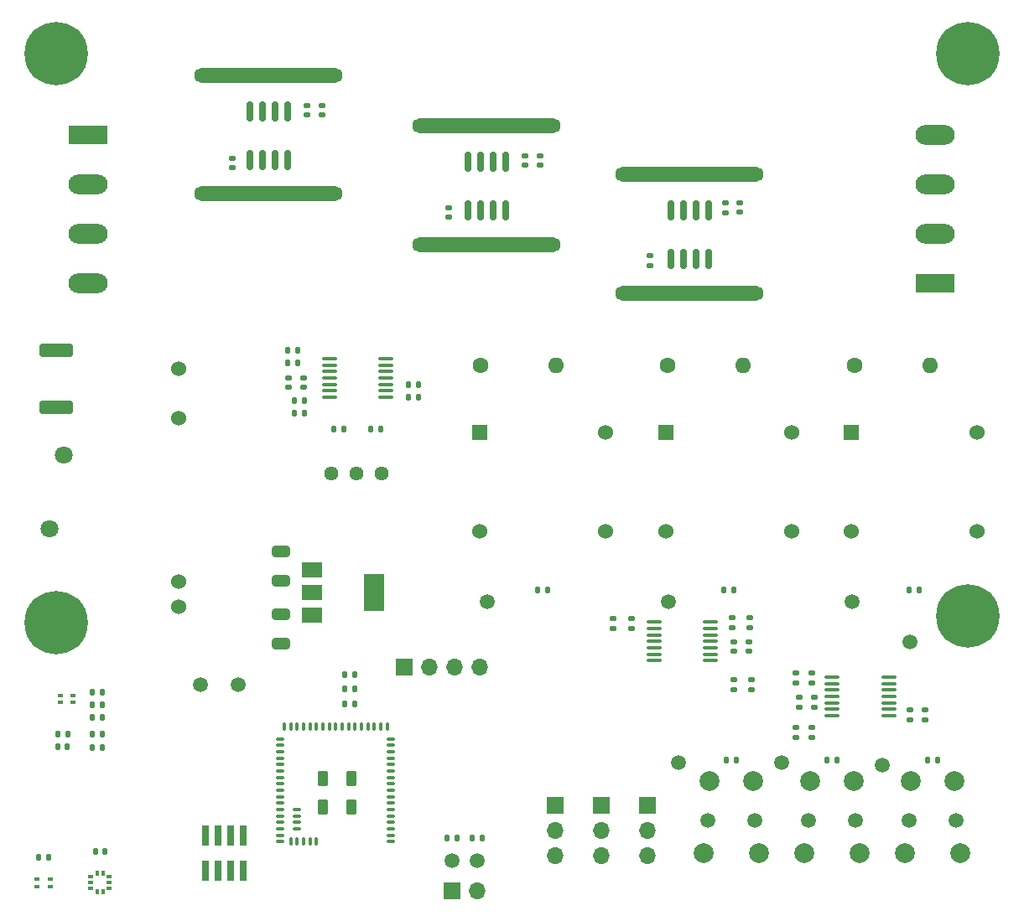
<source format=gts>
%TF.GenerationSoftware,KiCad,Pcbnew,6.0.4-6f826c9f35~116~ubuntu20.04.1*%
%TF.CreationDate,2022-05-05T18:32:33+02:00*%
%TF.ProjectId,tfm,74666d2e-6b69-4636-9164-5f7063625858,1.0*%
%TF.SameCoordinates,Original*%
%TF.FileFunction,Soldermask,Top*%
%TF.FilePolarity,Negative*%
%FSLAX46Y46*%
G04 Gerber Fmt 4.6, Leading zero omitted, Abs format (unit mm)*
G04 Created by KiCad (PCBNEW 6.0.4-6f826c9f35~116~ubuntu20.04.1) date 2022-05-05 18:32:33*
%MOMM*%
%LPD*%
G01*
G04 APERTURE LIST*
G04 Aperture macros list*
%AMRoundRect*
0 Rectangle with rounded corners*
0 $1 Rounding radius*
0 $2 $3 $4 $5 $6 $7 $8 $9 X,Y pos of 4 corners*
0 Add a 4 corners polygon primitive as box body*
4,1,4,$2,$3,$4,$5,$6,$7,$8,$9,$2,$3,0*
0 Add four circle primitives for the rounded corners*
1,1,$1+$1,$2,$3*
1,1,$1+$1,$4,$5*
1,1,$1+$1,$6,$7*
1,1,$1+$1,$8,$9*
0 Add four rect primitives between the rounded corners*
20,1,$1+$1,$2,$3,$4,$5,0*
20,1,$1+$1,$4,$5,$6,$7,0*
20,1,$1+$1,$6,$7,$8,$9,0*
20,1,$1+$1,$8,$9,$2,$3,0*%
G04 Aperture macros list end*
%ADD10C,1.500000*%
%ADD11C,2.000000*%
%ADD12RoundRect,0.135000X0.135000X0.185000X-0.135000X0.185000X-0.135000X-0.185000X0.135000X-0.185000X0*%
%ADD13R,2.000000X1.500000*%
%ADD14R,2.000000X3.800000*%
%ADD15RoundRect,0.135000X-0.135000X-0.185000X0.135000X-0.185000X0.135000X0.185000X-0.135000X0.185000X0*%
%ADD16RoundRect,0.140000X-0.170000X0.140000X-0.170000X-0.140000X0.170000X-0.140000X0.170000X0.140000X0*%
%ADD17RoundRect,0.135000X-0.185000X0.135000X-0.185000X-0.135000X0.185000X-0.135000X0.185000X0.135000X0*%
%ADD18R,1.700000X1.700000*%
%ADD19O,1.700000X1.700000*%
%ADD20RoundRect,0.140000X0.140000X0.170000X-0.140000X0.170000X-0.140000X-0.170000X0.140000X-0.170000X0*%
%ADD21R,0.750000X2.100000*%
%ADD22RoundRect,0.750000X6.750000X0.000000X6.750000X0.000000X-6.750000X0.000000X-6.750000X0.000000X0*%
%ADD23RoundRect,0.150000X0.150000X-0.825000X0.150000X0.825000X-0.150000X0.825000X-0.150000X-0.825000X0*%
%ADD24R,1.524000X1.524000*%
%ADD25C,1.524000*%
%ADD26RoundRect,0.147500X0.147500X0.172500X-0.147500X0.172500X-0.147500X-0.172500X0.147500X-0.172500X0*%
%ADD27RoundRect,0.135000X0.185000X-0.135000X0.185000X0.135000X-0.185000X0.135000X-0.185000X-0.135000X0*%
%ADD28R,0.500000X0.300000*%
%ADD29RoundRect,0.100000X-0.637500X-0.100000X0.637500X-0.100000X0.637500X0.100000X-0.637500X0.100000X0*%
%ADD30RoundRect,0.100000X0.637500X0.100000X-0.637500X0.100000X-0.637500X-0.100000X0.637500X-0.100000X0*%
%ADD31RoundRect,0.250000X-1.425000X0.425000X-1.425000X-0.425000X1.425000X-0.425000X1.425000X0.425000X0*%
%ADD32RoundRect,0.100000X-0.100000X0.175000X-0.100000X-0.175000X0.100000X-0.175000X0.100000X0.175000X0*%
%ADD33RoundRect,0.100000X-0.175000X0.100000X-0.175000X-0.100000X0.175000X-0.100000X0.175000X0.100000X0*%
%ADD34C,1.800000*%
%ADD35C,6.400000*%
%ADD36C,3.600000*%
%ADD37C,1.600000*%
%ADD38O,1.600000X1.600000*%
%ADD39RoundRect,0.250000X-0.650000X0.325000X-0.650000X-0.325000X0.650000X-0.325000X0.650000X0.325000X0*%
%ADD40RoundRect,0.250000X0.650000X-0.325000X0.650000X0.325000X-0.650000X0.325000X-0.650000X-0.325000X0*%
%ADD41R,0.500000X0.400000*%
%ADD42RoundRect,0.140000X-0.140000X-0.170000X0.140000X-0.170000X0.140000X0.170000X-0.140000X0.170000X0*%
%ADD43R,3.960000X1.980000*%
%ADD44O,3.960000X1.980000*%
%ADD45RoundRect,0.087500X0.312500X0.087500X-0.312500X0.087500X-0.312500X-0.087500X0.312500X-0.087500X0*%
%ADD46RoundRect,0.087500X0.087500X0.312500X-0.087500X0.312500X-0.087500X-0.312500X0.087500X-0.312500X0*%
%ADD47RoundRect,0.100000X0.400000X0.650000X-0.400000X0.650000X-0.400000X-0.650000X0.400000X-0.650000X0*%
%ADD48C,1.440000*%
G04 APERTURE END LIST*
D10*
X182992000Y-128293000D03*
X178192000Y-128293000D03*
D11*
X183392000Y-131593000D03*
X177792000Y-131593000D03*
X178392000Y-124293000D03*
X182792000Y-124293000D03*
D12*
X191262000Y-122174000D03*
X190242000Y-122174000D03*
D13*
X128102000Y-102946000D03*
D14*
X134402000Y-105246000D03*
D13*
X128102000Y-105246000D03*
X128102000Y-107546000D03*
D10*
X120650000Y-114554000D03*
D15*
X126294000Y-87122000D03*
X127314000Y-87122000D03*
D16*
X178816000Y-115880000D03*
X178816000Y-116840000D03*
D17*
X170544000Y-107818000D03*
X170544000Y-108838000D03*
D12*
X170942000Y-122174000D03*
X169922000Y-122174000D03*
D16*
X171308000Y-65889000D03*
X171308000Y-66849000D03*
D12*
X151924000Y-104990000D03*
X150904000Y-104990000D03*
D16*
X151088000Y-61110000D03*
X151088000Y-62070000D03*
D10*
X164084000Y-106172000D03*
D18*
X137424000Y-112776000D03*
D19*
X139964000Y-112776000D03*
X142504000Y-112776000D03*
X145044000Y-112776000D03*
D16*
X149564000Y-61110000D03*
X149564000Y-62070000D03*
D12*
X131345000Y-88777000D03*
X130325000Y-88777000D03*
D16*
X170688000Y-110236000D03*
X170688000Y-111196000D03*
D10*
X188468000Y-110236000D03*
D20*
X101474000Y-132035000D03*
X100514000Y-132035000D03*
D18*
X152654000Y-126746000D03*
D19*
X152654000Y-129286000D03*
X152654000Y-131826000D03*
D17*
X178564000Y-113380000D03*
X178564000Y-114400000D03*
D21*
X117309000Y-129790000D03*
X117309000Y-133390000D03*
X118579000Y-129790000D03*
X118579000Y-133390000D03*
X119849000Y-129790000D03*
X119849000Y-133390000D03*
X121119000Y-129790000D03*
X121119000Y-133390000D03*
D12*
X138814000Y-84225000D03*
X137794000Y-84225000D03*
D22*
X145714000Y-70090000D03*
X145714000Y-58090000D03*
D23*
X143809000Y-66675000D03*
X145079000Y-66675000D03*
X146349000Y-66675000D03*
X147619000Y-66675000D03*
X147619000Y-61725000D03*
X146349000Y-61725000D03*
X145079000Y-61725000D03*
X143809000Y-61725000D03*
D18*
X142240000Y-135382000D03*
D19*
X144780000Y-135382000D03*
D17*
X160314000Y-107900000D03*
X160314000Y-108920000D03*
D24*
X182564000Y-89090000D03*
D25*
X195264000Y-89090000D03*
X195264000Y-99090000D03*
X182564000Y-99090000D03*
D10*
X193152000Y-128293000D03*
X188352000Y-128293000D03*
D11*
X193552000Y-131593000D03*
X187952000Y-131593000D03*
X188552000Y-124293000D03*
X192952000Y-124293000D03*
D26*
X103435000Y-119550000D03*
X102465000Y-119550000D03*
D17*
X172458000Y-114044000D03*
X172458000Y-115064000D03*
D15*
X105916000Y-119550000D03*
X106936000Y-119550000D03*
D27*
X178562000Y-119888000D03*
X178562000Y-118868000D03*
D17*
X176962000Y-118868000D03*
X176962000Y-119888000D03*
D10*
X116840000Y-114554000D03*
D15*
X105916000Y-120904000D03*
X106936000Y-120904000D03*
D28*
X101694000Y-134975000D03*
X101694000Y-134175000D03*
X100294000Y-134175000D03*
X100294000Y-134975000D03*
D29*
X129851500Y-81640000D03*
X129851500Y-82290000D03*
X129851500Y-82940000D03*
X129851500Y-83590000D03*
X129851500Y-84240000D03*
X129851500Y-84890000D03*
X129851500Y-85540000D03*
X135576500Y-85540000D03*
X135576500Y-84890000D03*
X135576500Y-84240000D03*
X135576500Y-83590000D03*
X135576500Y-82940000D03*
X135576500Y-82290000D03*
X135576500Y-81640000D03*
D10*
X165100000Y-122428000D03*
D12*
X132404000Y-113590000D03*
X131384000Y-113590000D03*
D16*
X169844000Y-65916000D03*
X169844000Y-66876000D03*
D10*
X175514000Y-122428000D03*
D30*
X168326500Y-112140000D03*
X168326500Y-111490000D03*
X168326500Y-110840000D03*
X168326500Y-110190000D03*
X168326500Y-109540000D03*
X168326500Y-108890000D03*
X168326500Y-108240000D03*
X162601500Y-108240000D03*
X162601500Y-108890000D03*
X162601500Y-109540000D03*
X162601500Y-110190000D03*
X162601500Y-110840000D03*
X162601500Y-111490000D03*
X162601500Y-112140000D03*
D12*
X127314000Y-85852000D03*
X126294000Y-85852000D03*
D31*
X102296000Y-80756000D03*
X102296000Y-86556000D03*
D15*
X105916000Y-115316000D03*
X106936000Y-115316000D03*
D32*
X107009000Y-133650000D03*
X106409000Y-133650000D03*
D33*
X105784000Y-133975000D03*
X105784000Y-134575000D03*
X105784000Y-135175000D03*
D32*
X106409000Y-135500000D03*
X107009000Y-135500000D03*
D33*
X107634000Y-135175000D03*
X107634000Y-134575000D03*
X107634000Y-133975000D03*
D27*
X188464000Y-118100000D03*
X188464000Y-117080000D03*
D12*
X189424000Y-104990000D03*
X188404000Y-104990000D03*
D34*
X102996000Y-91336000D03*
X101596000Y-98836000D03*
D15*
X105916000Y-116586000D03*
X106936000Y-116586000D03*
D22*
X123699000Y-52995000D03*
X123699000Y-64995000D03*
D23*
X121794000Y-61580000D03*
X123064000Y-61580000D03*
X124334000Y-61580000D03*
X125604000Y-61580000D03*
X125604000Y-56630000D03*
X124334000Y-56630000D03*
X123064000Y-56630000D03*
X121794000Y-56630000D03*
D27*
X158514000Y-108920000D03*
X158514000Y-107900000D03*
D35*
X194339000Y-107665000D03*
D36*
X194339000Y-107665000D03*
D17*
X189964000Y-117080000D03*
X189964000Y-118100000D03*
D16*
X125730000Y-83566000D03*
X125730000Y-84526000D03*
D22*
X166199000Y-62995000D03*
X166199000Y-74995000D03*
D23*
X164294000Y-71580000D03*
X165564000Y-71580000D03*
X166834000Y-71580000D03*
X168104000Y-71580000D03*
X168104000Y-66630000D03*
X166834000Y-66630000D03*
X165564000Y-66630000D03*
X164294000Y-66630000D03*
D37*
X182854000Y-82340000D03*
D38*
X190474000Y-82340000D03*
D18*
X161954000Y-126746000D03*
D19*
X161954000Y-129286000D03*
X161954000Y-131826000D03*
D37*
X145102000Y-82340000D03*
D38*
X152722000Y-82340000D03*
D16*
X127254000Y-83566000D03*
X127254000Y-84526000D03*
D12*
X170674000Y-104990000D03*
X169654000Y-104990000D03*
D39*
X124968000Y-107442000D03*
X124968000Y-110392000D03*
D10*
X185674000Y-122682000D03*
D36*
X102264000Y-50800000D03*
D35*
X102264000Y-50800000D03*
D25*
X114619000Y-82685000D03*
X114619000Y-87685000D03*
X114619000Y-104185000D03*
X114619000Y-106685000D03*
D16*
X141920000Y-66384000D03*
X141920000Y-67344000D03*
D40*
X124968000Y-104042000D03*
X124968000Y-101092000D03*
D10*
X168032000Y-128293000D03*
X172832000Y-128293000D03*
D11*
X167632000Y-131593000D03*
X173232000Y-131593000D03*
X168232000Y-124293000D03*
X172632000Y-124293000D03*
D20*
X142720000Y-130048000D03*
X141760000Y-130048000D03*
D36*
X102264000Y-108300000D03*
D35*
X102264000Y-108300000D03*
D24*
X163814000Y-89090000D03*
D25*
X176514000Y-89090000D03*
X176514000Y-99090000D03*
X163814000Y-99090000D03*
D12*
X132394000Y-114990000D03*
X131374000Y-114990000D03*
D18*
X157304000Y-126746000D03*
D19*
X157304000Y-129286000D03*
X157304000Y-131826000D03*
D41*
X102694000Y-115636000D03*
X102694000Y-116336000D03*
X103994000Y-116336000D03*
X103994000Y-115636000D03*
D15*
X105916000Y-117850000D03*
X106936000Y-117850000D03*
D26*
X103400000Y-120850000D03*
X102430000Y-120850000D03*
D27*
X170688000Y-115064000D03*
X170688000Y-114044000D03*
D10*
X145796000Y-106172000D03*
D12*
X135030000Y-88777000D03*
X134010000Y-88777000D03*
D42*
X106229000Y-131400000D03*
X107189000Y-131400000D03*
D16*
X127608000Y-56050000D03*
X127608000Y-57010000D03*
D43*
X105514000Y-58990000D03*
D44*
X105514000Y-63990000D03*
X105514000Y-68990000D03*
X105514000Y-73990000D03*
D16*
X177292000Y-115880000D03*
X177292000Y-116840000D03*
D29*
X180631500Y-113805000D03*
X180631500Y-114455000D03*
X180631500Y-115105000D03*
X180631500Y-115755000D03*
X180631500Y-116405000D03*
X180631500Y-117055000D03*
X180631500Y-117705000D03*
X186356500Y-117705000D03*
X186356500Y-117055000D03*
X186356500Y-116405000D03*
X186356500Y-115755000D03*
X186356500Y-115105000D03*
X186356500Y-114455000D03*
X186356500Y-113805000D03*
D12*
X126648000Y-80772000D03*
X125628000Y-80772000D03*
D37*
X163978000Y-82340000D03*
D38*
X171598000Y-82340000D03*
D16*
X129132000Y-56050000D03*
X129132000Y-57010000D03*
X162240000Y-71238000D03*
X162240000Y-72198000D03*
D45*
X136090000Y-130444000D03*
X136090000Y-129794000D03*
X136090000Y-129144000D03*
X136090000Y-128494000D03*
X136090000Y-127844000D03*
X136090000Y-127194000D03*
X136090000Y-126544000D03*
X136090000Y-125894000D03*
X136090000Y-125244000D03*
X136090000Y-124594000D03*
X136090000Y-123944000D03*
X136090000Y-123294000D03*
X136090000Y-122644000D03*
X136090000Y-121994000D03*
X136090000Y-121344000D03*
X136090000Y-120694000D03*
X136090000Y-120044000D03*
D46*
X135690000Y-118844000D03*
X135040000Y-118844000D03*
X134390000Y-118844000D03*
X133740000Y-118844000D03*
X133090000Y-118844000D03*
X132440000Y-118844000D03*
X131790000Y-118844000D03*
X131140000Y-118844000D03*
X130490000Y-118844000D03*
X129840000Y-118844000D03*
X129190000Y-118844000D03*
X128540000Y-118844000D03*
X127890000Y-118844000D03*
X127240000Y-118844000D03*
X126590000Y-118844000D03*
X125940000Y-118844000D03*
X125290000Y-118844000D03*
D45*
X124890000Y-120044000D03*
X124890000Y-120694000D03*
X124890000Y-121344000D03*
X124890000Y-121994000D03*
X124890000Y-122644000D03*
X124890000Y-123294000D03*
X124890000Y-123944000D03*
X124890000Y-124594000D03*
X124890000Y-125244000D03*
X124890000Y-125894000D03*
X124890000Y-126544000D03*
X124890000Y-127194000D03*
X124890000Y-127844000D03*
X124890000Y-128494000D03*
X124890000Y-129144000D03*
X124890000Y-129794000D03*
X124890000Y-130444000D03*
D46*
X125940000Y-130444000D03*
X126590000Y-130444000D03*
X127240000Y-130444000D03*
X127890000Y-130444000D03*
X128540000Y-130444000D03*
D45*
X126590000Y-129144000D03*
X126590000Y-128494000D03*
X126590000Y-127844000D03*
X126590000Y-127194000D03*
D47*
X129240000Y-126944000D03*
X129240000Y-124094000D03*
X132040000Y-124094000D03*
X132040000Y-126944000D03*
D48*
X135165000Y-93222000D03*
X132625000Y-93222000D03*
X130085000Y-93222000D03*
D24*
X145064000Y-89090000D03*
D25*
X157764000Y-89090000D03*
X157764000Y-99090000D03*
X145064000Y-99090000D03*
D12*
X181102000Y-122174000D03*
X180082000Y-122174000D03*
D10*
X182626000Y-106172000D03*
D16*
X120076000Y-61360000D03*
X120076000Y-62320000D03*
D15*
X125628000Y-82042000D03*
X126648000Y-82042000D03*
D10*
X144780000Y-132334000D03*
D35*
X194339000Y-50800000D03*
D36*
X194339000Y-50800000D03*
D42*
X144300000Y-130048000D03*
X145260000Y-130048000D03*
D10*
X142240000Y-132334000D03*
D27*
X176964000Y-114400000D03*
X176964000Y-113380000D03*
D15*
X137794000Y-85495000D03*
X138814000Y-85495000D03*
D43*
X191014000Y-74015000D03*
D44*
X191014000Y-69015000D03*
X191014000Y-64015000D03*
X191014000Y-59015000D03*
D16*
X172212000Y-110236000D03*
X172212000Y-111196000D03*
D27*
X172314000Y-108838000D03*
X172314000Y-107818000D03*
D20*
X132394000Y-116490000D03*
X131434000Y-116490000D03*
M02*

</source>
